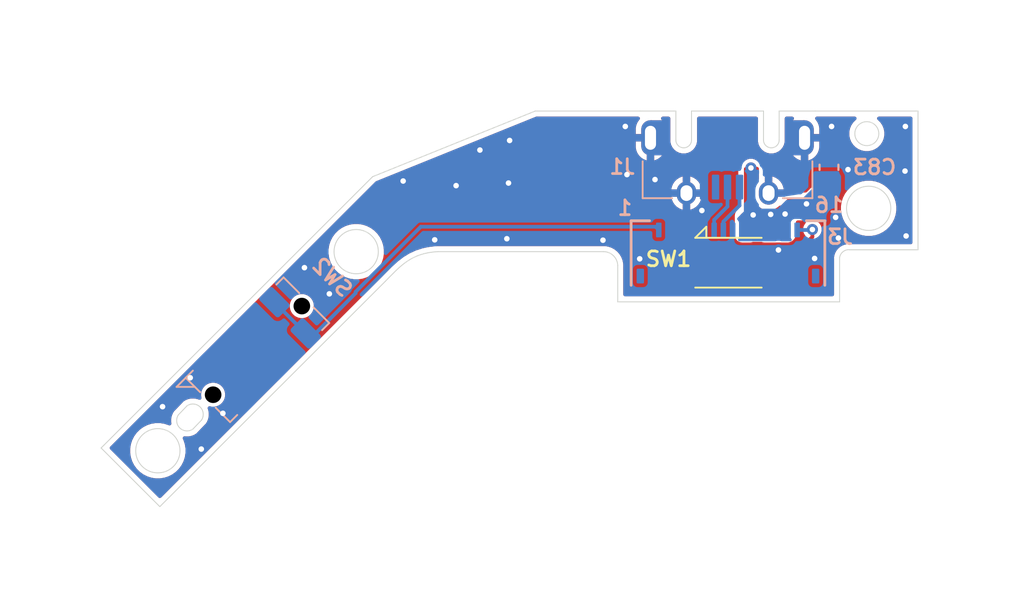
<source format=kicad_pcb>
(kicad_pcb (version 20241229) (generator "pcbnew") (generator_version "9.0")
  (layers (0 "F.Cu" signal) (2 "B.Cu" signal) (13 "F.Paste" user) (15 "B.Paste" user) (5 "F.SilkS" user "F.Silkscreen") (7 "B.SilkS" user "B.Silkscreen") (1 "F.Mask" user) (3 "B.Mask" user) (25 "Edge.Cuts" user))
  (net 0 "")
  (net 1 "GND")
  (net 2 "VBUS")
  (net 4 "/RESET_BUTTON")
  (net 5 "/MUTE_SWITCH")
  (net 6 "/USB_DN")
  (net 7 "/USB_DP")
  (footprint "IO:ALPSALPINE_SKSGACE010" (layer "F.Cu") (at 150.55 77.7)
    (property "Reference" "SW1" (at -3.25 -0.2 0) (layer "F.SilkS") (effects (font (size 0.8 0.8))))
    (property "Value" "SKSGACE010")
    (fp_line (start -1.8 -1.35) (end -1.2 -1.95) (stroke (width 0.1)) (layer "F.SilkS"))
    (fp_line (start -1.8 1.35) (end 1.8 1.35) (stroke (width 0.1)) (layer "F.SilkS"))
    (fp_line (start -1.2 -1.95) (end -1.2 -1.35) (stroke (width 0.1)) (layer "F.SilkS"))
    (fp_line (start 1.8 -1.35) (end -1.8 -1.35) (stroke (width 0.1)) (layer "F.SilkS"))
    (pad "1" smd roundrect (at -1.5625 -0.8375) (size 0.625 0.575) (layers "F.Cu" "F.Mask" "F.Paste") (roundrect_rratio 0.15) (net 1 "GND"))
    (pad "2" smd roundrect (at -1.5625 0.8375) (size 0.625 0.575) (layers "F.Cu" "F.Mask" "F.Paste") (roundrect_rratio 0.15) (net 4 "/RESET_BUTTON"))
    (pad "3" smd roundrect (at 1.5625 -0.8375) (size 0.625 0.575) (layers "F.Cu" "F.Mask" "F.Paste") (roundrect_rratio 0.15) (net 1 "GND"))
    (pad "4" smd roundrect (at 1.5625 0.8375) (size 0.625 0.575) (layers "F.Cu" "F.Mask" "F.Paste") (roundrect_rratio 0.15) (net 4 "/RESET_BUTTON"))
    (pad "5" smd roundrect (at -1.7125 0) (size 0.325 0.7) (layers "F.Cu" "F.Mask" "F.Paste") (roundrect_rratio 0.15))
    (pad "6" smd roundrect (at 1.7125 0) (size 0.325 0.7) (layers "F.Cu" "F.Mask" "F.Paste") (roundrect_rratio 0.15))
  )
  (footprint "Connectors:HIROSE_FH34SRJ-16S-0.5SH(99)" (layer "B.Cu") (at 150.525 75.925 180)
    (property "Reference" "J3" (at -6.075 -0.375 0) (layer "B.SilkS") (effects (font (size 0.8 0.8)) (justify mirror)))
    (property "Value" "FH34SRJ-16S-0.5SH(99)")
    (fp_line (start 5.25 0.5) (end 5.25 -3) (stroke (width 0.15)) (layer "B.SilkS"))
    (fp_line (start 4.25 0.5) (end 5.25 0.5) (stroke (width 0.15)) (layer "B.SilkS"))
    (fp_line (start -5.25 0.5) (end -4.25 0.5) (stroke (width 0.15)) (layer "B.SilkS"))
    (fp_line (start -5.25 -3) (end -5.25 0.5) (stroke (width 0.15)) (layer "B.SilkS"))
    (fp_text user "16" (at -6.335 0.885 0) (layer "B.SilkS") (effects (font (size 0.8 0.8)) (justify left bottom mirror)))
    (fp_text user "1" (at 5.105 0.725 0) (layer "B.SilkS") (effects (font (size 0.8 0.8)) (justify left bottom mirror)))
    (pad "" smd roundrect (at -4.75 -2.5) (size 0.4 0.8) (layers "B.Cu" "B.Mask" "B.Paste") (roundrect_rratio 0.15))
    (pad "" smd roundrect (at 4.75 -2.5) (size 0.4 0.8) (layers "B.Cu" "B.Mask" "B.Paste") (roundrect_rratio 0.15))
    (pad "1" smd roundrect (at -3.75 0) (size 0.3 0.8) (layers "B.Cu" "B.Mask" "B.Paste") (roundrect_rratio 0.15) (net 4 "/RESET_BUTTON"))
    (pad "2" smd roundrect (at -3.25 0) (size 0.3 0.8) (layers "B.Cu" "B.Mask" "B.Paste") (roundrect_rratio 0.15) (net 2 "VBUS"))
    (pad "3" smd roundrect (at -2.75 0) (size 0.3 0.8) (layers "B.Cu" "B.Mask" "B.Paste") (roundrect_rratio 0.15) (net 2 "VBUS"))
    (pad "4" smd roundrect (at -2.25 0) (size 0.3 0.8) (layers "B.Cu" "B.Mask" "B.Paste") (roundrect_rratio 0.15) (net 2 "VBUS"))
    (pad "5" smd roundrect (at -1.75 0) (size 0.3 0.8) (layers "B.Cu" "B.Mask" "B.Paste") (roundrect_rratio 0.15) (net 2 "VBUS"))
    (pad "6" smd roundrect (at -1.25 0) (size 0.3 0.8) (layers "B.Cu" "B.Mask" "B.Paste") (roundrect_rratio 0.15) (net 2 "VBUS"))
    (pad "7" smd roundrect (at -0.75 0) (size 0.3 0.8) (layers "B.Cu" "B.Mask" "B.Paste") (roundrect_rratio 0.15) (net 2 "VBUS"))
    (pad "8" smd roundrect (at -0.25 0) (size 0.3 0.8) (layers "B.Cu" "B.Mask" "B.Paste") (roundrect_rratio 0.15) (net 1 "GND"))
    (pad "9" smd roundrect (at 0.25 0) (size 0.3 0.8) (layers "B.Cu" "B.Mask" "B.Paste") (roundrect_rratio 0.15) (net 6 "/USB_DN"))
    (pad "10" smd roundrect (at 0.75 0) (size 0.3 0.8) (layers "B.Cu" "B.Mask" "B.Paste") (roundrect_rratio 0.15) (net 7 "/USB_DP"))
    (pad "11" smd roundrect (at 1.25 0) (size 0.3 0.8) (layers "B.Cu" "B.Mask" "B.Paste") (roundrect_rratio 0.15) (net 1 "GND"))
    (pad "12" smd roundrect (at 1.75 0) (size 0.3 0.8) (layers "B.Cu" "B.Mask" "B.Paste") (roundrect_rratio 0.15) (net 1 "GND"))
    (pad "13" smd roundrect (at 2.25 0) (size 0.3 0.8) (layers "B.Cu" "B.Mask" "B.Paste") (roundrect_rratio 0.15) (net 1 "GND"))
    (pad "14" smd roundrect (at 2.75 0) (size 0.3 0.8) (layers "B.Cu" "B.Mask" "B.Paste") (roundrect_rratio 0.15) (net 1 "GND"))
    (pad "15" smd roundrect (at 3.25 0) (size 0.3 0.8) (layers "B.Cu" "B.Mask" "B.Paste") (roundrect_rratio 0.15) (net 1 "GND"))
    (pad "16" smd roundrect (at 3.75 0) (size 0.3 0.8) (layers "B.Cu" "B.Mask" "B.Paste") (roundrect_rratio 0.15) (net 5 "/MUTE_SWITCH"))
  )
  (footprint "Connectors:MOLEX_475900001" (layer "B.Cu") (at 150.5 73.6)
    (property "Reference" "J1" (at -5.7 -1.1 0) (layer "B.SilkS") (effects (font (size 0.8 0.8)) (justify mirror)))
    (property "Value" "475900001")
    (fp_line (start -4.6 0.6) (end -4.6 -1.4) (stroke (width 0.1)) (layer "B.SilkS"))
    (fp_line (start -3 0.6) (end -4.6 0.6) (stroke (width 0.1)) (layer "B.SilkS"))
    (fp_line (start 4.6 0.6) (end 3 0.6) (stroke (width 0.1)) (layer "B.SilkS"))
    (fp_line (start 4.6 0.6) (end 4.6 -1.4) (stroke (width 0.1)) (layer "B.SilkS"))
    (fp_line (start -4.75 -4.125) (end -2.8 -4.125) (stroke (width 0.05)) (layer "Edge.Cuts"))
    (fp_line (start -2.8 -4.125) (end -2.8 -2.55) (stroke (width 0.05)) (layer "Edge.Cuts"))
    (fp_line (start -1.95 -4.125) (end -1.95 -2.55) (stroke (width 0.05)) (layer "Edge.Cuts"))
    (fp_line (start -1.95 -4.125) (end 1.95 -4.125) (stroke (width 0.05)) (layer "Edge.Cuts"))
    (fp_line (start 1.95 -4.125) (end 1.95 -2.55) (stroke (width 0.05)) (layer "Edge.Cuts"))
    (fp_line (start 2.8 -4.125) (end 2.8 -2.55) (stroke (width 0.05)) (layer "Edge.Cuts"))
    (fp_line (start 2.8 -4.125) (end 4.75 -4.125) (stroke (width 0.05)) (layer "Edge.Cuts"))
    (fp_arc (start -1.95 -2.55) (mid -2.375 -2.125) (end -2.8 -2.55) (stroke (width 0.05)) (layer "Edge.Cuts"))
    (fp_arc (start 2.8 -2.55) (mid 2.375 -2.125) (end 1.95 -2.55) (stroke (width 0.05)) (layer "Edge.Cuts"))
    (pad "1" smd roundrect (at 1.3 0) (size 0.4 1.35) (layers "B.Cu" "B.Mask" "B.Paste") (roundrect_rratio 0.15) (net 2 "VBUS"))
    (pad "2" smd roundrect (at 0.65 0) (size 0.4 1.35) (layers "B.Cu" "B.Mask" "B.Paste") (roundrect_rratio 0.15) (net 6 "/USB_DN"))
    (pad "3" smd roundrect (at 0 0) (size 0.4 1.35) (layers "B.Cu" "B.Mask" "B.Paste") (roundrect_rratio 0.15) (net 7 "/USB_DP"))
    (pad "4" smd roundrect (at -0.65 0) (size 0.4 1.35) (layers "B.Cu" "B.Mask" "B.Paste") (roundrect_rratio 0.15))
    (pad "5" smd roundrect (at -1.3 0) (size 0.4 1.35) (layers "B.Cu" "B.Mask" "B.Paste") (roundrect_rratio 0.15) (net 1 "GND"))
    (pad "6" thru_hole oval (at -4.175 -2.675) (size 1 1.9) (drill oval 0.6 1.3) (layers "*.Cu" "*.Mask") (net 1 "GND"))
    (pad "6" smd rect (at -3.73125 -2.675) (size 0.8625 1.9) (layers "F.Cu" "F.Mask") (net 1 "GND"))
    (pad "6" smd rect (at -3.73125 -2.675) (size 0.8625 1.9) (layers "B.Cu" "B.Mask") (net 1 "GND"))
    (pad "6" thru_hole oval (at -2.225 0.325) (size 1.05 1.25) (drill oval 0.65 0.85) (layers "*.Cu" "*.Mask") (net 1 "GND"))
    (pad "6" smd rect (at 0 -2.675) (size 2.9 1.9) (layers "B.Cu" "B.Mask" "B.Paste") (net 1 "GND"))
    (pad "6" thru_hole oval (at 2.225 0.325) (size 1.05 1.25) (drill oval 0.65 0.85) (layers "*.Cu" "*.Mask") (net 1 "GND"))
    (pad "6" smd rect (at 3.73125 -2.675) (size 0.8625 1.9) (layers "F.Cu" "F.Mask") (net 1 "GND"))
    (pad "6" smd rect (at 3.73125 -2.675) (size 0.8625 1.9) (layers "B.Cu" "B.Mask") (net 1 "GND"))
    (pad "6" thru_hole oval (at 4.175 -2.675) (size 1 1.9) (drill oval 0.6 1.3) (layers "*.Cu" "*.Mask") (net 1 "GND"))
  )
  (footprint "Capacitor_SMD:C_0603_1608Metric" (layer "B.Cu") (at 156 72.525 -90)
    (property "Reference" "C83" (at -0.005 -2.47 0) (layer "B.SilkS") (effects (font (size 0.8 0.8)) (justify mirror)))
    (property "Value" "100 nF")
    (fp_line (start -0.14058 0.51) (end 0.14058 0.51) (stroke (width 0.12)) (layer "B.SilkS"))
    (fp_line (start -0.14058 -0.51) (end 0.14058 -0.51) (stroke (width 0.12)) (layer "B.SilkS"))
    (pad "1" smd roundrect (at -0.775 0 270) (size 0.9 0.95) (layers "B.Cu" "B.Mask" "B.Paste") (net 1 "GND"))
    (pad "2" smd roundrect (at 0.775 0 270) (size 0.9 0.95) (layers "B.Cu" "B.Mask" "B.Paste") (net 2 "VBUS"))
  )
  (footprint "IO:C&K_JS102011JAQN" (layer "B.Cu") (at 125.02458 82.457401 45)
    (property "Reference" "SW2" (at 5.672991 0.062239 315) (layer "B.SilkS") (effects (font (size 0.8 0.8) (thickness 0.15) (bold yes)) (justify mirror)))
    (property "Value" "JS102011JAQN" (hide yes))
    (fp_line (start -4.5 -1.7) (end -3.8 -1) (stroke (width 0.1)) (layer "B.SilkS"))
    (fp_line (start -3.8 -1.7) (end -4.5 -1.7) (stroke (width 0.1)) (layer "B.SilkS"))
    (fp_line (start -3.8 -1.7) (end -3.8 -0.6) (stroke (width 0.1)) (layer "B.SilkS"))
    (fp_line (start -3.250001 -1.7) (end -3.8 -1.7) (stroke (width 0.1)) (layer "B.SilkS"))
    (fp_line (start -3.8 0.6) (end -3.8 1.7) (stroke (width 0.1)) (layer "B.SilkS"))
    (fp_line (start -3.8 1.7) (end -3.250001 1.7) (stroke (width 0.1)) (layer "B.SilkS"))
    (fp_line (start 3.8 -1.8) (end 3.25 -1.8) (stroke (width 0.1)) (layer "B.SilkS"))
    (fp_line (start 3.8 -0.6) (end 3.8 -1.8) (stroke (width 0.1)) (layer "B.SilkS"))
    (fp_line (start 3.250001 1.7) (end 3.8 1.7) (stroke (width 0.1)) (layer "B.SilkS"))
    (fp_line (start 3.8 1.7) (end 3.8 0.5) (stroke (width 0.1)) (layer "B.SilkS"))
    (pad "" np_thru_hole custom (at -3.4 0 225) (size 0.9 0.9) (drill 0.9) (layers "*.Mask") (options (clearance outline) (anchor circle)) (primitives))
    (pad "" np_thru_hole custom (at 3.4 0 225) (size 0.9 0.9) (drill 0.9) (layers "*.Mask") (options (clearance outline) (anchor circle)) (primitives))
    (pad "1" smd roundrect (at 2.5 -1.2 225) (size 1 1.5) (layers "B.Cu" "B.Mask" "B.Paste") (roundrect_rratio 0.15) (net 5 "/MUTE_SWITCH"))
    (pad "1" smd roundrect (at 2.5 1.2 225) (size 1 1.5) (layers "B.Cu" "B.Mask" "B.Paste") (roundrect_rratio 0.15) (net 5 "/MUTE_SWITCH"))
    (pad "2" smd roundrect (at 0 -1.2 225) (size 1 1.5) (layers "B.Cu" "B.Mask" "B.Paste") (roundrect_rratio 0.15) (net 1 "GND"))
    (pad "2" smd roundrect (at 0 1.2 225) (size 1 1.5) (layers "B.Cu" "B.Mask" "B.Paste") (roundrect_rratio 0.15) (net 1 "GND"))
    (pad "3" smd roundrect (at -2.5 -1.2 225) (size 1 1.5) (layers "B.Cu" "B.Mask" "B.Paste") (roundrect_rratio 0.15) (net 1 "GND"))
    (pad "3" smd roundrect (at -2.5 1.2 225) (size 1 1.5) (layers "B.Cu" "B.Mask" "B.Paste") (roundrect_rratio 0.15) (net 1 "GND"))
  )
  (gr_line (start 116.7 87.6) (end 116.55 87.75) (stroke (width 0.05)) (layer "Edge.Cuts"))
  (gr_arc (start 156.575001 77.425) (mid 156.754744 77.108771) (end 157.100248 76.995038) (stroke (width 0.05)) (layer "Edge.Cuts"))
  (gr_line (start 116.7 87.6) (end 131.2664 73.0336) (stroke (width 0.05)) (layer "Edge.Cuts"))
  (gr_line (start 120.74 85.95) (end 121.21 85.459999) (stroke (width 0.05)) (layer "Edge.Cuts"))
  (gr_line (start 134.8 77.1) (end 143.775 77.1) (stroke (width 0.05)) (layer "Edge.Cuts"))
  (gr_arc (start 121.21 85.459999) (mid 121.92 85.53) (end 121.99 86.239999) (stroke (width 0.05)) (layer "Edge.Cuts"))
  (gr_arc (start 143.775 77.1) (mid 144.314377 77.318257) (end 144.550191 77.850192) (stroke (width 0.05)) (layer "Edge.Cuts"))
  (gr_line (start 156.575 79.825) (end 156.575 77.425) (stroke (width 0.05)) (layer "Edge.Cuts"))
  (gr_circle (center 119.625 87.9) (end 120.825 87.9) (stroke (width 0.05)) (fill no) (layer "Edge.Cuts"))
  (gr_line (start 119.731981 90.931981) (end 131.964928 78.699034) (stroke (width 0.05)) (layer "Edge.Cuts"))
  (gr_circle (center 158.15 74.75) (end 159.35 74.75) (stroke (width 0.05)) (fill no) (layer "Edge.Cuts"))
  (gr_line (start 155.25 69.475) (end 160.825 69.475) (stroke (width 0.05)) (layer "Edge.Cuts"))
  (gr_line (start 145.75 69.475) (end 140.078061 69.475) (stroke (width 0.05)) (layer "Edge.Cuts"))
  (gr_arc (start 121.52 86.73) (mid 120.810033 86.659966) (end 120.739999 85.95) (stroke (width 0.05)) (layer "Edge.Cuts"))
  (gr_line (start 121.99 86.239999) (end 121.52 86.73) (stroke (width 0.05)) (layer "Edge.Cuts"))
  (gr_curve (pts (xy 134.8 77.1) (xy 133.35 77.175) (xy 132.769332 77.883592) (xy 131.964928 78.699034)) (stroke (width 0.05)) (layer "Edge.Cuts"))
  (gr_line (start 116.55 87.75) (end 119.731981 90.931981) (stroke (width 0.05)) (layer "Edge.Cuts"))
  (gr_line (start 160.825 77) (end 160.825 69.475) (stroke (width 0.05)) (layer "Edge.Cuts"))
  (gr_line (start 131.2664 73.0336) (end 140.075 69.475) (stroke (width 0.05)) (layer "Edge.Cuts"))
  (gr_line (start 144.550191 79.825) (end 144.550191 77.850192) (stroke (width 0.05)) (layer "Edge.Cuts"))
  (gr_line (start 157.1 77) (end 160.825 77) (stroke (width 0.05)) (layer "Edge.Cuts"))
  (gr_circle (center 130.375 77.1) (end 131.575 77.1) (stroke (width 0.05)) (fill no) (layer "Edge.Cuts"))
  (gr_line (start 144.55 79.825) (end 156.575 79.825) (stroke (width 0.05)) (layer "Edge.Cuts"))
  (gr_circle (center 158.05 70.7) (end 158.05 71.35) (stroke (width 0.05)) (fill no) (layer "Edge.Cuts"))
  (via (at 160.18 76.25) (size 0.6) (drill 0.3) (layers "F.Cu" "B.Cu") (net 1))
  (via (at 153.26 77.01) (size 0.6) (drill 0.3) (layers "F.Cu" "B.Cu") (net 1))
  (via (at 137.08 71.59) (size 0.6) (drill 0.3) (layers "F.Cu" "B.Cu") (net 1))
  (via (at 135.79 73.52) (size 0.6) (drill 0.3) (layers "F.Cu" "B.Cu") (net 1))
  (via (at 145.74 77.49) (size 0.6) (drill 0.3) (layers "F.Cu" "B.Cu") (net 1))
  (via (at 160.12 72.73) (size 0.6) (drill 0.3) (layers "F.Cu" "B.Cu") (net 1))
  (via (at 128.92 79.39) (size 0.6) (drill 0.3) (layers "F.Cu" "B.Cu") (net 1))
  (via (at 121.38 83.94) (size 0.6) (drill 0.3) (layers "F.Cu" "B.Cu") (net 1))
  (via (at 156.14 70.31) (size 0.6) (drill 0.3) (layers "F.Cu" "B.Cu") (net 1))
  (via (at 123.15 85.87) (size 0.6) (drill 0.3) (layers "F.Cu" "B.Cu") (net 1))
  (via (at 132.92 73.27) (size 0.6) (drill 0.3) (layers "F.Cu" "B.Cu") (net 1))
  (via (at 160.14 70.31) (size 0.6) (drill 0.3) (layers "F.Cu" "B.Cu") (net 1))
  (via (at 121.98 87.81) (size 0.6) (drill 0.3) (layers "F.Cu" "B.Cu") (net 1))
  (via (at 134.63 76.46) (size 0.6) (drill 0.3) (layers "F.Cu" "B.Cu") (net 1))
  (via (at 149.11 74.87) (size 0.6) (drill 0.3) (layers "F.Cu" "B.Cu") (net 1))
  (via (at 146.57 73.19) (size 0.6) (drill 0.3) (layers "F.Cu" "B.Cu") (net 1))
  (via (at 138.63 73.38) (size 0.6) (drill 0.3) (layers "F.Cu" "B.Cu") (net 1))
  (via (at 157.03 72.65) (size 0.6) (drill 0.3) (layers "F.Cu" "B.Cu") (net 1))
  (via (at 119.88 85.51) (size 0.6) (drill 0.3) (layers "F.Cu" "B.Cu") (net 1))
  (via (at 143.75 76.48) (size 0.6) (drill 0.3) (layers "F.Cu" "B.Cu") (net 1))
  (via (at 156.51 76.36) (size 0.6) (drill 0.3) (layers "F.Cu" "B.Cu") (net 1))
  (via (at 138.54 76.4) (size 0.6) (drill 0.3) (layers "F.Cu" "B.Cu") (net 1))
  (via (at 138.69 71.07) (size 0.6) (drill 0.3) (layers "F.Cu" "B.Cu") (net 1))
  (via (at 144.96 70.31) (size 0.6) (drill 0.3) (layers "F.Cu" "B.Cu") (net 1))
  (via (at 155.22 77.47) (size 0.6) (drill 0.3) (layers "F.Cu" "B.Cu") (net 1))
  (via (at 145.05 72.92) (size 0.6) (drill 0.3) (layers "F.Cu" "B.Cu") (net 1))
  (via (at 156.36 75.24) (size 0.6) (drill 0.3) (layers "F.Cu" "B.Cu") (net 1))
  (via (at 127.57 77.97) (size 0.6) (drill 0.3) (layers "F.Cu" "B.Cu") (net 1))
  (segment (start 149.2 74.9) (end 149.2 73.6) (width 0.2) (layer "B.Cu") (net 1))
  (segment (start 149.1 75) (end 149.2 74.9) (width 0.2) (layer "B.Cu") (net 1))
  (segment (start 147.775 75.925) (end 147.775 75.125) (width 0.2) (layer "B.Cu") (net 1))
  (segment (start 149.275 75.925) (end 149.275 74.975) (width 0.2) (layer "B.Cu") (net 1))
  (segment (start 147.425 75.125) (end 147.775 75.125) (width 0.2) (layer "B.Cu") (net 1))
  (segment (start 147.275 75.225) (end 147.4 75.1) (width 0.2) (layer "B.Cu") (net 1))
  (segment (start 149.275 74.975) (end 149.2 74.9) (width 0.2) (layer "B.Cu") (net 1))
  (segment (start 148.775 75.925) (end 148.775 75.325) (width 0.2) (layer "B.Cu") (net 1))
  (segment (start 149 75.1) (end 149.1 75) (width 0.2) (layer "B.Cu") (net 1))
  (segment (start 148.275 75.225) (end 148.4 75.1) (width 0.2) (layer "B.Cu") (net 1))
  (segment (start 147.775 75.125) (end 147.8 75.1) (width 0.2) (layer "B.Cu") (net 1))
  (segment (start 148.4 75.1) (end 149 75.1) (width 0.2) (layer "B.Cu") (net 1))
  (segment (start 148.775 75.325) (end 149.1 75) (width 0.2) (layer "B.Cu") (net 1))
  (segment (start 147.275 75.925) (end 147.275 75.225) (width 0.2) (layer "B.Cu") (net 1))
  (segment (start 148.275 75.925) (end 148.275 75.225) (width 0.2) (layer "B.Cu") (net 1))
  (segment (start 147.8 75.1) (end 148.4 75.1) (width 0.2) (layer "B.Cu") (net 1))
  (segment (start 147.4 75.1) (end 147.425 75.125) (width 0.2) (layer "B.Cu") (net 1))
  (via (at 151.89 75.11) (size 0.6) (drill 0.3) (layers "F.Cu" "B.Cu") (net 2))
  (via (at 153.62 75.06) (size 0.6) (drill 0.3) (layers "F.Cu" "B.Cu") (net 2))
  (via (at 154.78 74.51) (size 0.6) (drill 0.3) (layers "F.Cu" "B.Cu") (net 2))
  (via (at 152.84 75.08) (size 0.6) (drill 0.3) (layers "F.Cu" "B.Cu") (net 2))
  (via (at 151.77 72.56) (size 0.6) (drill 0.3) (layers "F.Cu" "B.Cu") (net 2))
  (segment (start 151.77 72.56) (end 151.81 72.6) (width 0.2) (layer "B.Cu") (net 2))
  (segment (start 151.8 73.6) (end 151.8 75.9) (width 0.2) (layer "B.Cu") (net 2))
  (segment (start 151.82 72.61) (end 151.82 72.74) (width 0.2) (layer "B.Cu") (net 2))
  (segment (start 151.8 75.9) (end 151.775 75.925) (width 0.2) (layer "B.Cu") (net 2))
  (segment (start 151.81 72.75) (end 151.8 72.76) (width 0.2) (layer "B.Cu") (net 2))
  (segment (start 151.77 72.56) (end 151.82 72.61) (width 0.2) (layer "B.Cu") (net 2))
  (segment (start 151.8 73.6) (end 151.8 75.45) (width 0.2) (layer "B.Cu") (net 2))
  (segment (start 151.8 75.45) (end 152.275 75.925) (width 0.2) (layer "B.Cu") (net 2))
  (segment (start 151.81 72.6) (end 151.81 72.75) (width 0.2) (layer "B.Cu") (net 2))
  (segment (start 152.275 75.925) (end 153.775 75.925) (width 0.2) (layer "B.Cu") (net 2))
  (segment (start 151.8 72.76) (end 151.8 73.6) (width 0.2) (layer "B.Cu") (net 2))
  (segment (start 148.9875 78.5375) (end 152.1125 78.5375) (width 0.2) (layer "F.Cu") (net 4))
  (segment (start 155.1 75.9) (end 155.1 76.3) (width 0.2) (layer "F.Cu") (net 4))
  (segment (start 155.1 76.3) (end 152.8625 78.5375) (width 0.2) (layer "F.Cu") (net 4))
  (segment (start 152.8625 78.5375) (end 152.1125 78.5375) (width 0.2) (layer "F.Cu") (net 4))
  (via (at 155.1 75.9) (size 0.6) (drill 0.3) (layers "F.Cu" "B.Cu") (net 4))
  (segment (start 155.075 75.925) (end 155.1 75.9) (width 0.2) (layer "B.Cu") (net 4))
  (segment (start 154.275 75.925) (end 155.075 75.925) (width 0.2) (layer "B.Cu") (net 4))
  (segment (start 130.346885 79.347651) (end 130.346885 79.277434) (width 0.2) (layer "B.Cu") (net 5))
  (segment (start 128.183574 81.521834) (end 130.346885 79.347651) (width 0.2) (layer "B.Cu") (net 5))
  (segment (start 127.597056 81.497056) (end 127.621834 81.521834) (width 0.2) (layer "B.Cu") (net 5))
  (segment (start 133.874319 75.75) (end 146.6 75.75) (width 0.2) (layer "B.Cu") (net 5))
  (segment (start 127.621834 81.521834) (end 128.183574 81.521834) (width 0.2) (layer "B.Cu") (net 5))
  (segment (start 146.6 75.75) (end 146.775 75.925) (width 0.2) (layer "B.Cu") (net 5))
  (segment (start 127.597056 81.497056) (end 125.9 79.8) (width 0.2) (layer "B.Cu") (net 5))
  (segment (start 130.346885 79.277434) (end 133.874319 75.75) (width 0.2) (layer "B.Cu") (net 5))
  (segment (start 151.15 74.599434) (end 150.275 75.474434) (width 0.2) (layer "B.Cu") (net 6))
  (segment (start 151.15 73.6) (end 151.15 74.599434) (width 0.2) (layer "B.Cu") (net 6))
  (segment (start 150.275 75.474434) (end 150.275 75.925) (width 0.2) (layer "B.Cu") (net 6))
  (segment (start 150.5 74.651434) (end 149.775 75.376434) (width 0.2) (layer "B.Cu") (net 7))
  (segment (start 149.775 75.376434) (end 149.775 75.925) (width 0.2) (layer "B.Cu") (net 7))
  (segment (start 150.5 73.6) (end 150.5 74.651434) (width 0.2) (layer "B.Cu") (net 7))
  (zone (net 2) (net_name "VBUS") (layer "F.Cu") (priority 3) (connect_pads (clearance 0.3)) (min_thickness 0.2) (fill yes (thermal_gap 0.2) (thermal_bridge_width 0.2))
    (polygon (pts (xy 151.58 72.51) (xy 152.2 72.5) (xy 152.2 74.4) (xy 152.2 74.5) (xy 152.2 74.6) (xy 153.4 74.6) (xy 153.8 74.2) (xy 154.9 74.2) (xy 155.4 73.7) (xy 155.4 73.3) (xy 156 73.3) (xy 156 74.1) (xy 155 75.1) (xy 154.1 75.1) (xy 153.9 75.3) (xy 153.9 76.2) (xy 153.8 76.3) (xy 151.2 76.3) (xy 151.2 75.4) (xy 151.2 75.1) (xy 151.39 74.94) (xy 151.39 72.513065)))
  )
  (zone (net 1) (net_name "GND") (layers "F.Cu" "B.Cu") (name "GND Pours") (priority 2) (connect_pads thru_hole_only (clearance 0.2)) (min_thickness 0.2) (fill yes (thermal_gap 0.3) (thermal_bridge_width 0.4))
    (polygon (pts (xy 160.8 69.5) (xy 140.1 69.5) (xy 131.3 73.1) (xy 116.6 87.8) (xy 119.7 90.9) (xy 132.6 77.9) (xy 133.6 77.2) (xy 134.5 77) (xy 143.9 77) (xy 144.2 77.1) (xy 144.4 77.3) (xy 144.6 77.6) (xy 144.6 79.8) (xy 156.5 79.8) (xy 156.5 77.4) (xy 156.6 77.2) (xy 156.9 76.9) (xy 160.8 76.9)))
  )
  (zone (net 2) (net_name "VBUS") (layer "B.Cu") (priority 3) (connect_pads yes (clearance 0.2)) (min_thickness 0.15) (fill yes (thermal_gap 0.2) (thermal_bridge_width 0.2))
    (polygon (pts (xy 156.66 72.73) (xy 156.65 73.8) (xy 156.1 75.5) (xy 154.1 75.5) (xy 154.03 75.5) (xy 154.03 76.5) (xy 153.99 76.54) (xy 151.08 76.54) (xy 151.02 76.48) (xy 151.02 75.29) (xy 151.39 74.92) (xy 151.39 72.65) (xy 152.21 72.65) (xy 152.21 72.89) (xy 152.2 72.9) (xy 152.2 74.64) (xy 152.33 74.77) (xy 153.22 74.77) (xy 153.649091 74.340909) (xy 153.7 74.3) (xy 154.36 74.2) (xy 154.39 74.2) (xy 154.58 74.2) (xy 155.09 73.69) (xy 155.09 73.1) (xy 155.18 72.74)))
  )
)
</source>
